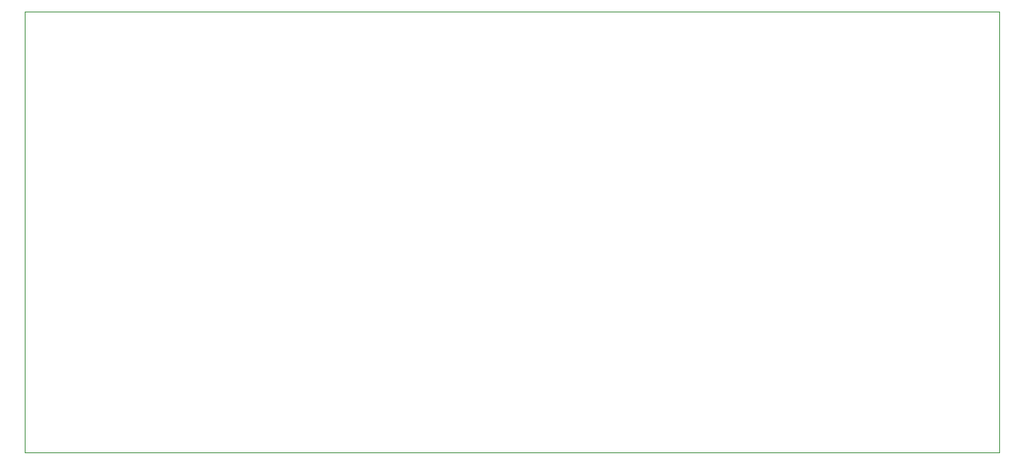
<source format=gbr>
%TF.GenerationSoftware,KiCad,Pcbnew,(6.0.2)*%
%TF.CreationDate,2022-03-04T14:07:56+01:00*%
%TF.ProjectId,interfacev1,696e7465-7266-4616-9365-76312e6b6963,rev?*%
%TF.SameCoordinates,Original*%
%TF.FileFunction,Profile,NP*%
%FSLAX46Y46*%
G04 Gerber Fmt 4.6, Leading zero omitted, Abs format (unit mm)*
G04 Created by KiCad (PCBNEW (6.0.2)) date 2022-03-04 14:07:56*
%MOMM*%
%LPD*%
G01*
G04 APERTURE LIST*
%TA.AperFunction,Profile*%
%ADD10C,0.100000*%
%TD*%
G04 APERTURE END LIST*
D10*
X152400000Y-45720000D02*
X152400000Y-50800000D01*
X45720000Y-45720000D02*
X152400000Y-45720000D01*
X45720000Y-93980000D02*
X45720000Y-45720000D01*
X152400000Y-93980000D02*
X45720000Y-93980000D01*
X152400000Y-48260000D02*
X152400000Y-93980000D01*
M02*

</source>
